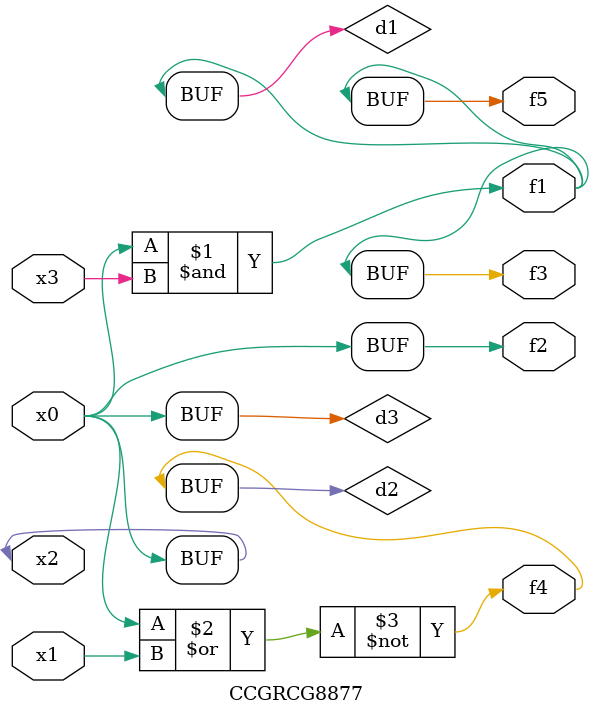
<source format=v>
module CCGRCG8877(
	input x0, x1, x2, x3,
	output f1, f2, f3, f4, f5
);

	wire d1, d2, d3;

	and (d1, x2, x3);
	nor (d2, x0, x1);
	buf (d3, x0, x2);
	assign f1 = d1;
	assign f2 = d3;
	assign f3 = d1;
	assign f4 = d2;
	assign f5 = d1;
endmodule

</source>
